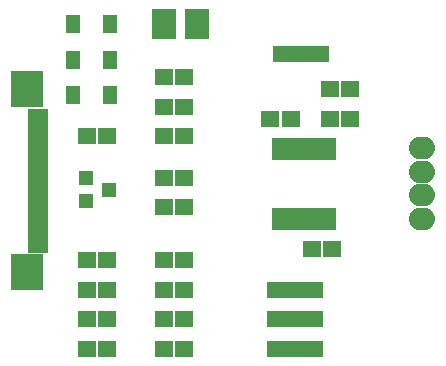
<source format=gbs>
G04 #@! TF.FileFunction,Soldermask,Bot*
%FSLAX46Y46*%
G04 Gerber Fmt 4.6, Leading zero omitted, Abs format (unit mm)*
G04 Created by KiCad (PCBNEW 4.0.1-stable) date 2018/04/18 7:14:41*
%MOMM*%
G01*
G04 APERTURE LIST*
%ADD10C,0.050000*%
%ADD11R,1.500000X1.400000*%
%ADD12O,2.200000X1.924000*%
%ADD13R,1.997660X2.599640*%
%ADD14R,1.300000X1.200000*%
%ADD15R,0.850000X1.900000*%
%ADD16R,2.700000X3.050000*%
%ADD17R,1.800000X0.700000*%
%ADD18R,1.300000X1.600000*%
G04 APERTURE END LIST*
D10*
D11*
X180650000Y-132500000D03*
X182350000Y-132500000D03*
X169850000Y-120500000D03*
X168150000Y-120500000D03*
X168150000Y-118000000D03*
X169850000Y-118000000D03*
X168150000Y-133500000D03*
X169850000Y-133500000D03*
X168150000Y-136000000D03*
X169850000Y-136000000D03*
X168150000Y-138500000D03*
X169850000Y-138500000D03*
X168150000Y-141000000D03*
X169850000Y-141000000D03*
X161650000Y-133500000D03*
X163350000Y-133500000D03*
X161650000Y-136000000D03*
X163350000Y-136000000D03*
X161650000Y-123000000D03*
X163350000Y-123000000D03*
X161650000Y-138500000D03*
X163350000Y-138500000D03*
X168150000Y-123000000D03*
X169850000Y-123000000D03*
X161650000Y-141000000D03*
X163350000Y-141000000D03*
D12*
X190000000Y-130000000D03*
X190000000Y-128000000D03*
X190000000Y-126000000D03*
X190000000Y-124000000D03*
D13*
X168100460Y-113500000D03*
X170899540Y-113500000D03*
D14*
X161500000Y-128500000D03*
X161500000Y-126500000D03*
X163500000Y-127500000D03*
D11*
X177150000Y-121500000D03*
X178850000Y-121500000D03*
X179650000Y-116000000D03*
X181350000Y-116000000D03*
X168150000Y-129000000D03*
X169850000Y-129000000D03*
X168150000Y-126500000D03*
X169850000Y-126500000D03*
X177650000Y-136000000D03*
X179350000Y-136000000D03*
X179150000Y-136000000D03*
X180850000Y-136000000D03*
X177650000Y-138500000D03*
X179350000Y-138500000D03*
X179150000Y-138500000D03*
X180850000Y-138500000D03*
X177650000Y-141000000D03*
X179350000Y-141000000D03*
X179150000Y-141000000D03*
X180850000Y-141000000D03*
X178150000Y-116000000D03*
X179850000Y-116000000D03*
D15*
X177725000Y-124050000D03*
X178375000Y-124050000D03*
X179025000Y-124050000D03*
X179675000Y-124050000D03*
X180325000Y-124050000D03*
X180975000Y-124050000D03*
X181625000Y-124050000D03*
X182275000Y-124050000D03*
X182275000Y-129950000D03*
X181625000Y-129950000D03*
X180975000Y-129950000D03*
X180325000Y-129950000D03*
X179675000Y-129950000D03*
X179025000Y-129950000D03*
X178375000Y-129950000D03*
X177725000Y-129950000D03*
D16*
X156500000Y-119000000D03*
D17*
X157500000Y-132500000D03*
X157500000Y-132000000D03*
X157500000Y-131500000D03*
X157500000Y-131000000D03*
X157500000Y-130500000D03*
X157500000Y-130000000D03*
X157500000Y-129500000D03*
X157500000Y-129000000D03*
X157500000Y-128500000D03*
X157500000Y-128000000D03*
X157500000Y-127500000D03*
X157500000Y-127000000D03*
X157500000Y-126500000D03*
X157500000Y-126000000D03*
X157500000Y-125500000D03*
X157500000Y-125000000D03*
X157500000Y-124500000D03*
X157500000Y-124000000D03*
X157500000Y-123500000D03*
X157500000Y-123000000D03*
X157500000Y-122500000D03*
X157500000Y-122000000D03*
X157500000Y-121500000D03*
X157500000Y-121000000D03*
D16*
X156500000Y-134500000D03*
D18*
X160400000Y-113500000D03*
X163600000Y-113500000D03*
X163600000Y-116500000D03*
X160400000Y-116500000D03*
X160400000Y-119500000D03*
X163600000Y-119500000D03*
D11*
X182150000Y-121500000D03*
X183850000Y-121500000D03*
X182150000Y-119000000D03*
X183850000Y-119000000D03*
M02*

</source>
